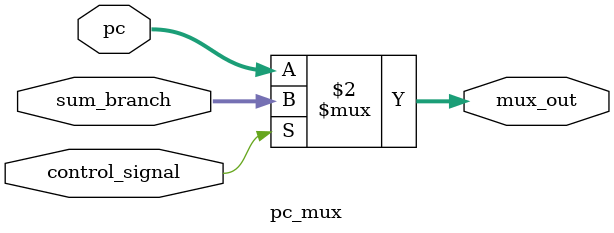
<source format=v>
module pc_mux(
  input [31:0] sum_branch, pc,
  input control_signal,
  output [31:0] mux_out

);
  assign mux_out = (control_signal == 1'b1) ? sum_branch : pc;
  

endmodule

</source>
